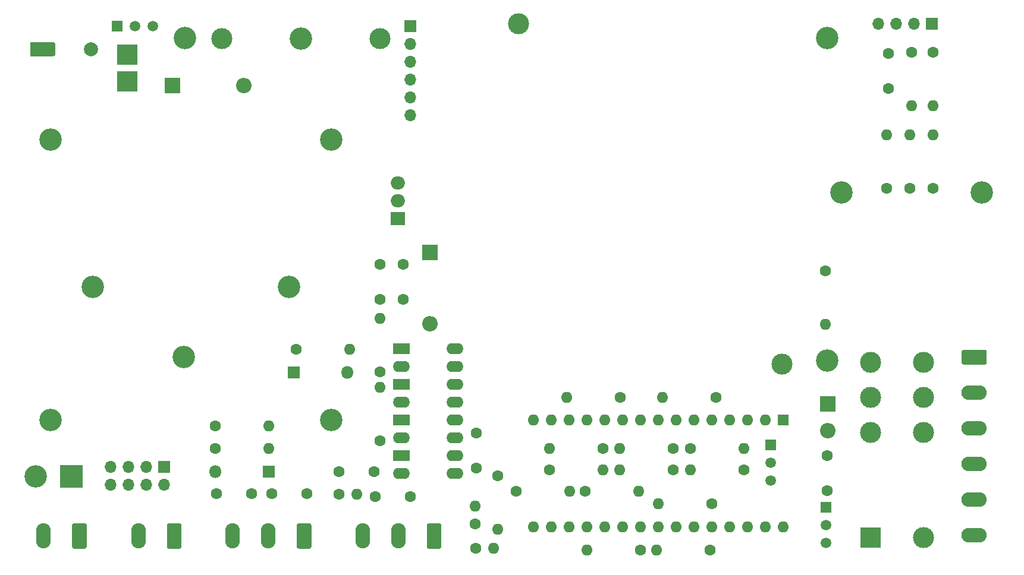
<source format=gbr>
%TF.GenerationSoftware,KiCad,Pcbnew,(5.1.12)-1*%
%TF.CreationDate,2022-09-04T13:19:21+02:00*%
%TF.ProjectId,portail_moteur_continu,706f7274-6169-46c5-9f6d-6f746575725f,1.1*%
%TF.SameCoordinates,Original*%
%TF.FileFunction,Soldermask,Bot*%
%TF.FilePolarity,Negative*%
%FSLAX46Y46*%
G04 Gerber Fmt 4.6, Leading zero omitted, Abs format (unit mm)*
G04 Created by KiCad (PCBNEW (5.1.12)-1) date 2022-09-04 13:19:21*
%MOMM*%
%LPD*%
G01*
G04 APERTURE LIST*
%ADD10C,1.600000*%
%ADD11O,1.700000X1.700000*%
%ADD12R,1.700000X1.700000*%
%ADD13O,2.080000X3.600000*%
%ADD14O,1.600000X1.600000*%
%ADD15O,2.200000X2.200000*%
%ADD16R,2.200000X2.200000*%
%ADD17O,3.200000X3.200000*%
%ADD18R,3.200000X3.200000*%
%ADD19C,3.200000*%
%ADD20R,1.500000X1.500000*%
%ADD21C,1.500000*%
%ADD22C,3.000000*%
%ADD23C,2.000000*%
%ADD24R,2.000000X2.000000*%
%ADD25O,2.400000X1.600000*%
%ADD26R,2.400000X1.600000*%
%ADD27O,2.000000X1.905000*%
%ADD28R,2.000000X1.905000*%
%ADD29R,3.000000X3.000000*%
%ADD30O,3.600000X2.080000*%
%ADD31O,1.800000X1.800000*%
%ADD32R,1.800000X1.800000*%
%ADD33R,1.600000X1.600000*%
G04 APERTURE END LIST*
D10*
%TO.C,C9*%
X129402000Y-120977000D03*
X134402000Y-120977000D03*
%TD*%
D11*
%TO.C,J11*%
X106462000Y-119707000D03*
X106462000Y-117167000D03*
X109002000Y-119707000D03*
X109002000Y-117167000D03*
X111542000Y-119707000D03*
X111542000Y-117167000D03*
X114082000Y-119707000D03*
D12*
X114082000Y-117167000D03*
%TD*%
D13*
%TO.C,J2*%
X123840000Y-127000000D03*
X128920000Y-127000000D03*
G36*
G01*
X135040000Y-125449997D02*
X135040000Y-128550003D01*
G75*
G02*
X134790003Y-128800000I-249997J0D01*
G01*
X133209997Y-128800000D01*
G75*
G02*
X132960000Y-128550003I0J249997D01*
G01*
X132960000Y-125449997D01*
G75*
G02*
X133209997Y-125200000I249997J0D01*
G01*
X134790003Y-125200000D01*
G75*
G02*
X135040000Y-125449997I0J-249997D01*
G01*
G37*
%TD*%
D14*
%TO.C,R27*%
X128941000Y-114500000D03*
D10*
X121321000Y-114500000D03*
%TD*%
D15*
%TO.C,D2*%
X125385000Y-62811000D03*
D16*
X115225000Y-62811000D03*
%TD*%
D14*
%TO.C,R13*%
X160945000Y-128724000D03*
D10*
X158405000Y-128724000D03*
%TD*%
D17*
%TO.C,D1*%
X95768600Y-118513200D03*
D18*
X100848600Y-118513200D03*
%TD*%
D19*
%TO.C,FID14*%
X131873000Y-91484000D03*
%TD*%
%TO.C,FID13*%
X137873000Y-110484000D03*
%TD*%
%TO.C,FID12*%
X137873000Y-70484000D03*
%TD*%
%TO.C,FID11*%
X103873000Y-91484000D03*
%TD*%
%TO.C,FID10*%
X97873000Y-110484000D03*
%TD*%
%TO.C,FID9*%
X97873000Y-70484000D03*
%TD*%
%TO.C,FID6*%
X210500000Y-78000000D03*
%TD*%
%TO.C,FID5*%
X230500000Y-78000000D03*
%TD*%
%TO.C,FID4*%
X208500000Y-102000000D03*
%TD*%
%TO.C,FID3*%
X208500000Y-56000000D03*
%TD*%
%TO.C,FID2*%
X116873000Y-101484000D03*
%TD*%
%TO.C,FID1*%
X117000000Y-56000000D03*
%TD*%
D20*
%TO.C,Q1*%
X200442000Y-113992000D03*
D21*
X200442000Y-119072000D03*
X200442000Y-116532000D03*
%TD*%
D14*
%TO.C,R7*%
X196632000Y-114500000D03*
D10*
X189012000Y-114500000D03*
%TD*%
D14*
%TO.C,R6*%
X184186000Y-128978000D03*
D10*
X191806000Y-128978000D03*
%TD*%
D14*
%TO.C,R5*%
X174280000Y-128978000D03*
D10*
X181900000Y-128978000D03*
%TD*%
D19*
%TO.C,F1*%
X133566000Y-56080000D03*
D22*
X122316000Y-56080000D03*
X144816000Y-56080000D03*
%TD*%
D20*
%TO.C,Q3*%
X107351000Y-54302000D03*
D21*
X112431000Y-54302000D03*
X109891000Y-54302000D03*
%TD*%
D11*
%TO.C,J6*%
X149134000Y-67002000D03*
X149134000Y-64462000D03*
X149134000Y-61922000D03*
X149134000Y-59382000D03*
X149134000Y-56842000D03*
D12*
X149134000Y-54302000D03*
%TD*%
%TO.C,J10*%
G36*
G01*
X96572000Y-58354000D02*
X96572000Y-56854000D01*
G75*
G02*
X96822000Y-56604000I250000J0D01*
G01*
X98322000Y-56604000D01*
G75*
G02*
X98572000Y-56854000I0J-250000D01*
G01*
X98572000Y-58354000D01*
G75*
G02*
X98322000Y-58604000I-250000J0D01*
G01*
X96822000Y-58604000D01*
G75*
G02*
X96572000Y-58354000I0J250000D01*
G01*
G37*
%TD*%
D23*
%TO.C,BZ1*%
X103648000Y-57604000D03*
D24*
X96048000Y-57604000D03*
%TD*%
D10*
%TO.C,C5*%
X121528000Y-120977000D03*
X126528000Y-120977000D03*
%TD*%
%TO.C,C3*%
X144098000Y-121412000D03*
X149098000Y-121412000D03*
%TD*%
D14*
%TO.C,R15*%
X158369000Y-122755000D03*
D10*
X158369000Y-125295000D03*
%TD*%
%TO.C,C4*%
X143938000Y-117856000D03*
X138938000Y-117856000D03*
%TD*%
D14*
%TO.C,R9*%
X141478000Y-121000000D03*
D10*
X138938000Y-121000000D03*
%TD*%
D15*
%TO.C,D3*%
X208534000Y-112014000D03*
D16*
X208534000Y-108204000D03*
%TD*%
D25*
%TO.C,U5*%
X155448000Y-100330000D03*
X147828000Y-102870000D03*
X155448000Y-102870000D03*
D26*
X147828000Y-100330000D03*
%TD*%
D25*
%TO.C,U4*%
X155448000Y-105410000D03*
X147828000Y-107950000D03*
X155448000Y-107950000D03*
D26*
X147828000Y-105410000D03*
%TD*%
D25*
%TO.C,U2*%
X155448000Y-110490000D03*
X147828000Y-113030000D03*
X155448000Y-113030000D03*
D26*
X147828000Y-110490000D03*
%TD*%
D25*
%TO.C,U1*%
X155448000Y-115570000D03*
X147828000Y-118110000D03*
X155448000Y-118110000D03*
D26*
X147828000Y-115570000D03*
%TD*%
D27*
%TO.C,U3*%
X147320000Y-76654000D03*
X147320000Y-79194000D03*
D28*
X147320000Y-81734000D03*
%TD*%
D14*
%TO.C,R31*%
X181620000Y-120650000D03*
D10*
X174000000Y-120650000D03*
%TD*%
D14*
%TO.C,R30*%
X161544000Y-126057000D03*
D10*
X161544000Y-118437000D03*
%TD*%
D14*
%TO.C,R29*%
X176530000Y-117602000D03*
D10*
X168910000Y-117602000D03*
%TD*%
D14*
%TO.C,R23*%
X171380000Y-107261000D03*
D10*
X179000000Y-107261000D03*
%TD*%
D14*
%TO.C,R22*%
X168910000Y-114500000D03*
D10*
X176530000Y-114500000D03*
%TD*%
D14*
%TO.C,R21*%
X178880000Y-117602000D03*
D10*
X186500000Y-117602000D03*
%TD*%
D14*
%TO.C,R20*%
X178880000Y-114500000D03*
D10*
X186500000Y-114500000D03*
%TD*%
D14*
%TO.C,R19*%
X185039000Y-107261000D03*
D10*
X192659000Y-107261000D03*
%TD*%
D14*
%TO.C,R17*%
X144780000Y-96012000D03*
D10*
X144780000Y-103632000D03*
%TD*%
D14*
%TO.C,R16*%
X144780000Y-105791000D03*
D10*
X144780000Y-113411000D03*
%TD*%
D14*
%TO.C,R28*%
X171831000Y-120650000D03*
D10*
X164211000Y-120650000D03*
%TD*%
D14*
%TO.C,R11*%
X220472000Y-65628000D03*
D10*
X220472000Y-58008000D03*
%TD*%
D14*
%TO.C,R10*%
X223520000Y-65628000D03*
D10*
X223520000Y-58008000D03*
%TD*%
D14*
%TO.C,R4*%
X208216500Y-96837500D03*
D10*
X208216500Y-89217500D03*
%TD*%
D14*
%TO.C,R3*%
X216916000Y-69834000D03*
D10*
X216916000Y-77454000D03*
%TD*%
D14*
%TO.C,R2*%
X223520000Y-69834000D03*
D10*
X223520000Y-77454000D03*
%TD*%
D14*
%TO.C,R8*%
X128941000Y-111325000D03*
D10*
X121321000Y-111325000D03*
%TD*%
D14*
%TO.C,R14*%
X188976000Y-117602000D03*
D10*
X196596000Y-117602000D03*
%TD*%
D14*
%TO.C,R12*%
X184440000Y-122374000D03*
D10*
X192060000Y-122374000D03*
%TD*%
D14*
%TO.C,R1*%
X220218000Y-69834000D03*
D10*
X220218000Y-77454000D03*
%TD*%
D14*
%TO.C,R25*%
X140498000Y-100403000D03*
D10*
X132878000Y-100403000D03*
%TD*%
D20*
%TO.C,Q2*%
X208280000Y-122936000D03*
D21*
X208280000Y-128016000D03*
X208280000Y-125476000D03*
%TD*%
D22*
%TO.C,K1*%
X214666000Y-102254000D03*
X222166000Y-107254000D03*
X214666000Y-112254000D03*
X222166000Y-112254000D03*
X222166000Y-102254000D03*
X214666000Y-107254000D03*
X222166000Y-127254000D03*
D29*
X214666000Y-127254000D03*
%TD*%
%TO.C,J9*%
X108821000Y-58393500D03*
%TD*%
D13*
%TO.C,J7*%
X110420000Y-127000000D03*
G36*
G01*
X116540000Y-125449997D02*
X116540000Y-128550003D01*
G75*
G02*
X116290003Y-128800000I-249997J0D01*
G01*
X114709997Y-128800000D01*
G75*
G02*
X114460000Y-128550003I0J249997D01*
G01*
X114460000Y-125449997D01*
G75*
G02*
X114709997Y-125200000I249997J0D01*
G01*
X116290003Y-125200000D01*
G75*
G02*
X116540000Y-125449997I0J-249997D01*
G01*
G37*
%TD*%
%TO.C,J5*%
X142340000Y-127000000D03*
X147420000Y-127000000D03*
G36*
G01*
X153540000Y-125449997D02*
X153540000Y-128550003D01*
G75*
G02*
X153290003Y-128800000I-249997J0D01*
G01*
X151709997Y-128800000D01*
G75*
G02*
X151460000Y-128550003I0J249997D01*
G01*
X151460000Y-125449997D01*
G75*
G02*
X151709997Y-125200000I249997J0D01*
G01*
X153290003Y-125200000D01*
G75*
G02*
X153540000Y-125449997I0J-249997D01*
G01*
G37*
%TD*%
D30*
%TO.C,J4*%
X229398000Y-126900000D03*
X229398000Y-121820000D03*
X229398000Y-116740000D03*
X229398000Y-111660000D03*
X229398000Y-106580000D03*
G36*
G01*
X227847997Y-100460000D02*
X230948003Y-100460000D01*
G75*
G02*
X231198000Y-100709997I0J-249997D01*
G01*
X231198000Y-102290003D01*
G75*
G02*
X230948003Y-102540000I-249997J0D01*
G01*
X227847997Y-102540000D01*
G75*
G02*
X227598000Y-102290003I0J249997D01*
G01*
X227598000Y-100709997D01*
G75*
G02*
X227847997Y-100460000I249997J0D01*
G01*
G37*
%TD*%
D11*
%TO.C,J3*%
X215746000Y-54008000D03*
X218286000Y-54008000D03*
X220826000Y-54008000D03*
D12*
X223366000Y-54008000D03*
%TD*%
D13*
%TO.C,J1*%
X96920000Y-127000000D03*
G36*
G01*
X103040000Y-125449600D02*
X103040000Y-128550400D01*
G75*
G02*
X102790400Y-128800000I-249600J0D01*
G01*
X101209600Y-128800000D01*
G75*
G02*
X100960000Y-128550400I0J249600D01*
G01*
X100960000Y-125449600D01*
G75*
G02*
X101209600Y-125200000I249600J0D01*
G01*
X102790400Y-125200000D01*
G75*
G02*
X103040000Y-125449600I0J-249600D01*
G01*
G37*
%TD*%
D29*
%TO.C,J8*%
X108821000Y-62203500D03*
%TD*%
D31*
%TO.C,D6*%
X121321000Y-117802000D03*
D32*
X128941000Y-117802000D03*
%TD*%
D31*
%TO.C,D5*%
X140117000Y-103705000D03*
D32*
X132497000Y-103705000D03*
%TD*%
D15*
%TO.C,D4*%
X151892000Y-96774000D03*
D16*
X151892000Y-86614000D03*
%TD*%
D10*
%TO.C,C1*%
X208500000Y-115500000D03*
X208500000Y-120500000D03*
%TD*%
%TO.C,C7*%
X158496000Y-112348000D03*
X158496000Y-117348000D03*
%TD*%
%TO.C,C2*%
X217170000Y-58230000D03*
X217170000Y-63230000D03*
%TD*%
%TO.C,C8*%
X144780000Y-93265000D03*
X144780000Y-88265000D03*
%TD*%
%TO.C,C6*%
X148082000Y-93265000D03*
X148082000Y-88265000D03*
%TD*%
D14*
%TO.C,A1*%
X166624000Y-125676000D03*
X166624000Y-110436000D03*
X202184000Y-125676000D03*
X169164000Y-110436000D03*
X199644000Y-125676000D03*
X171704000Y-110436000D03*
X197104000Y-125676000D03*
X174244000Y-110436000D03*
X194564000Y-125676000D03*
X176784000Y-110436000D03*
X192024000Y-125676000D03*
X179324000Y-110436000D03*
X189484000Y-125676000D03*
X181864000Y-110436000D03*
X186944000Y-125676000D03*
X184404000Y-110436000D03*
X184404000Y-125676000D03*
X186944000Y-110436000D03*
X181864000Y-125676000D03*
X189484000Y-110436000D03*
X179324000Y-125676000D03*
X192024000Y-110436000D03*
X176784000Y-125676000D03*
X194564000Y-110436000D03*
X174244000Y-125676000D03*
X197104000Y-110436000D03*
X171704000Y-125676000D03*
X199644000Y-110436000D03*
X169164000Y-125676000D03*
D33*
X202184000Y-110436000D03*
%TD*%
D22*
%TO.C,FID8*%
X202000000Y-102500000D03*
%TD*%
%TO.C,FID7*%
X164500000Y-54000000D03*
%TD*%
M02*

</source>
